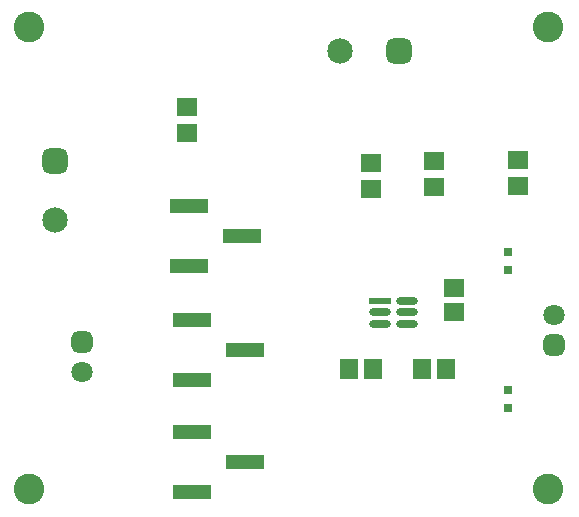
<source format=gbr>
G04*
G04 #@! TF.GenerationSoftware,Altium Limited,Altium Designer,24.1.2 (44)*
G04*
G04 Layer_Color=8388736*
%FSLAX44Y44*%
%MOMM*%
G71*
G04*
G04 #@! TF.SameCoordinates,8F0F3E8E-BFDB-4773-B97D-B54856440852*
G04*
G04*
G04 #@! TF.FilePolarity,Negative*
G04*
G01*
G75*
%ADD19R,1.8544X0.6121*%
G04:AMPARAMS|DCode=20|XSize=1.8544mm|YSize=0.6121mm|CornerRadius=0.3061mm|HoleSize=0mm|Usage=FLASHONLY|Rotation=0.000|XOffset=0mm|YOffset=0mm|HoleType=Round|Shape=RoundedRectangle|*
%AMROUNDEDRECTD20*
21,1,1.8544,0.0000,0,0,0.0*
21,1,1.2423,0.6121,0,0,0.0*
1,1,0.6121,0.6211,0.0000*
1,1,0.6121,-0.6211,0.0000*
1,1,0.6121,-0.6211,0.0000*
1,1,0.6121,0.6211,0.0000*
%
%ADD20ROUNDEDRECTD20*%
%ADD21R,0.8000X0.8000*%
%ADD22R,3.2032X1.2032*%
%ADD23R,1.8032X1.5032*%
%ADD24R,1.7532X1.5532*%
%ADD25R,1.5532X1.7532*%
%ADD26C,2.6032*%
G04:AMPARAMS|DCode=27|XSize=1.8032mm|YSize=1.8032mm|CornerRadius=0.5016mm|HoleSize=0mm|Usage=FLASHONLY|Rotation=270.000|XOffset=0mm|YOffset=0mm|HoleType=Round|Shape=RoundedRectangle|*
%AMROUNDEDRECTD27*
21,1,1.8032,0.8000,0,0,270.0*
21,1,0.8000,1.8032,0,0,270.0*
1,1,1.0032,-0.4000,-0.4000*
1,1,1.0032,-0.4000,0.4000*
1,1,1.0032,0.4000,0.4000*
1,1,1.0032,0.4000,-0.4000*
%
%ADD27ROUNDEDRECTD27*%
%ADD28C,1.8032*%
%ADD29C,2.1532*%
G04:AMPARAMS|DCode=30|XSize=2.1532mm|YSize=2.1532mm|CornerRadius=0.5891mm|HoleSize=0mm|Usage=FLASHONLY|Rotation=180.000|XOffset=0mm|YOffset=0mm|HoleType=Round|Shape=RoundedRectangle|*
%AMROUNDEDRECTD30*
21,1,2.1532,0.9750,0,0,180.0*
21,1,0.9750,2.1532,0,0,180.0*
1,1,1.1782,-0.4875,0.4875*
1,1,1.1782,0.4875,0.4875*
1,1,1.1782,0.4875,-0.4875*
1,1,1.1782,-0.4875,-0.4875*
%
%ADD30ROUNDEDRECTD30*%
G04:AMPARAMS|DCode=31|XSize=2.1532mm|YSize=2.1532mm|CornerRadius=0.5891mm|HoleSize=0mm|Usage=FLASHONLY|Rotation=270.000|XOffset=0mm|YOffset=0mm|HoleType=Round|Shape=RoundedRectangle|*
%AMROUNDEDRECTD31*
21,1,2.1532,0.9750,0,0,270.0*
21,1,0.9750,2.1532,0,0,270.0*
1,1,1.1782,-0.4875,-0.4875*
1,1,1.1782,-0.4875,0.4875*
1,1,1.1782,0.4875,0.4875*
1,1,1.1782,0.4875,-0.4875*
%
%ADD31ROUNDEDRECTD31*%
D19*
X1028627Y753720D02*
D03*
D20*
Y744220D02*
D03*
Y734720D02*
D03*
X1051633D02*
D03*
Y744220D02*
D03*
Y753720D02*
D03*
D21*
X1136650Y663060D02*
D03*
Y678060D02*
D03*
Y794900D02*
D03*
Y779900D02*
D03*
D22*
X869040Y591820D02*
D03*
X914040Y617220D02*
D03*
X869040Y642620D02*
D03*
Y687070D02*
D03*
X914040Y712470D02*
D03*
X869040Y737870D02*
D03*
X866500Y783590D02*
D03*
X911500Y808990D02*
D03*
X866500Y834390D02*
D03*
D23*
X1145540Y851330D02*
D03*
Y873330D02*
D03*
X1074420Y872060D02*
D03*
Y850060D02*
D03*
X1021080Y870790D02*
D03*
Y848790D02*
D03*
X864870Y917780D02*
D03*
Y895780D02*
D03*
D24*
X1090930Y744380D02*
D03*
Y764380D02*
D03*
D25*
X1064420Y695960D02*
D03*
X1084420D02*
D03*
X1022350D02*
D03*
X1002350D02*
D03*
D26*
X1170940Y985520D02*
D03*
Y594360D02*
D03*
X731520D02*
D03*
Y985520D02*
D03*
D27*
X775970Y718820D02*
D03*
X1176020Y716280D02*
D03*
D28*
X775970Y693420D02*
D03*
X1176020Y741680D02*
D03*
D29*
X994810Y965240D02*
D03*
X753070Y822090D02*
D03*
D30*
X1044810Y965240D02*
D03*
D31*
X753070Y872090D02*
D03*
M02*

</source>
